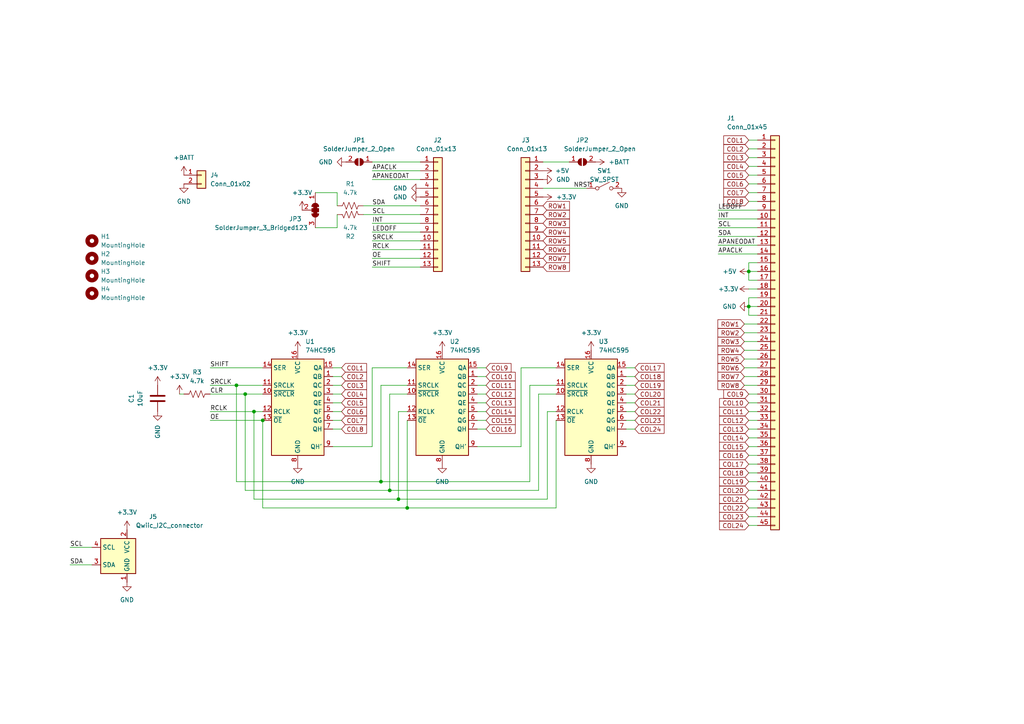
<source format=kicad_sch>
(kicad_sch (version 20231120) (generator "eeschema") (generator_version "8.0")
  (paper "A4")
  (lib_symbols
    (symbol "74xx:74HC595"
      (property "Reference" "U" (at -7.62 13.97 0))
      (property "Value" "74HC595" (at -7.62 -16.51 0))
      (symbol "74HC595_1_0"
        (pin tri_state line (at 10.16 7.62 180) (length 2.54) (name "QB") (number "1"))
        (pin input line (at -10.16 2.54 0) (length 2.54) (name "~{SRCLR}") (number "10"))
        (pin input line (at -10.16 5.08 0) (length 2.54) (name "SRCLK") (number "11"))
        (pin input line (at -10.16 -2.54 0) (length 2.54) (name "RCLK") (number "12"))
        (pin input line (at -10.16 -5.08 0) (length 2.54) (name "~{OE}") (number "13"))
        (pin input line (at -10.16 10.16 0) (length 2.54) (name "SER") (number "14"))
        (pin tri_state line (at 10.16 10.16 180) (length 2.54) (name "QA") (number "15"))
        (pin power_in line (at 0 15.24 270) (length 2.54) (name "VCC") (number "16"))
        (pin tri_state line (at 10.16 5.08 180) (length 2.54) (name "QC") (number "2"))
        (pin tri_state line (at 10.16 2.54 180) (length 2.54) (name "QD") (number "3"))
        (pin tri_state line (at 10.16 0 180) (length 2.54) (name "QE") (number "4"))
        (pin tri_state line (at 10.16 -2.54 180) (length 2.54) (name "QF") (number "5"))
        (pin tri_state line (at 10.16 -5.08 180) (length 2.54) (name "QG") (number "6"))
        (pin tri_state line (at 10.16 -7.62 180) (length 2.54) (name "QH") (number "7"))
        (pin power_in line (at 0 -17.78 90) (length 2.54) (name "GND") (number "8"))
        (pin output line (at 10.16 -12.7 180) (length 2.54) (name "QH'") (number "9"))
      )
      (symbol "74HC595_1_1"
        (rectangle (start -7.62 12.7) (end 7.62 -15.24) (stroke (width 0.254)) (fill (type background)))
      )
    )
    (symbol "Connector_Generic:Conn_01x02" (pin_names (offset 1.016) hide)
      (property "Reference" "J" (at 0 2.54 0))
      (property "Value" "Conn_01x02" (at 0 -5.08 0))
      (symbol "Conn_01x02_1_1"
        (rectangle (start -1.27 -2.413) (end 0 -2.667) (stroke (width 0.1524)))
        (rectangle (start -1.27 0.127) (end 0 -0.127) (stroke (width 0.1524)))
        (rectangle (start -1.27 1.27) (end 1.27 -3.81) (stroke (width 0.254)) (fill (type background)))
        (pin passive line (at -5.08 0 0) (length 3.81) (name "Pin_1") (number "1"))
        (pin passive line (at -5.08 -2.54 0) (length 3.81) (name "Pin_2") (number "2"))
      )
    )
    (symbol "Connector_Generic:Conn_01x13" (pin_names (offset 1.016) hide)
      (property "Reference" "J" (at 0 17.78 0))
      (property "Value" "Conn_01x13" (at 0 -17.78 0))
      (symbol "Conn_01x13_1_1"
        (rectangle (start -1.27 -15.113) (end 0 -15.367) (stroke (width 0.1524)))
        (rectangle (start -1.27 -12.573) (end 0 -12.827) (stroke (width 0.1524)))
        (rectangle (start -1.27 -10.033) (end 0 -10.287) (stroke (width 0.1524)))
        (rectangle (start -1.27 -7.493) (end 0 -7.747) (stroke (width 0.1524)))
        (rectangle (start -1.27 -4.953) (end 0 -5.207) (stroke (width 0.1524)))
        (rectangle (start -1.27 -2.413) (end 0 -2.667) (stroke (width 0.1524)))
        (rectangle (start -1.27 0.127) (end 0 -0.127) (stroke (width 0.1524)))
        (rectangle (start -1.27 2.667) (end 0 2.413) (stroke (width 0.1524)))
        (rectangle (start -1.27 5.207) (end 0 4.953) (stroke (width 0.1524)))
        (rectangle (start -1.27 7.747) (end 0 7.493) (stroke (width 0.1524)))
        (rectangle (start -1.27 10.287) (end 0 10.033) (stroke (width 0.1524)))
        (rectangle (start -1.27 12.827) (end 0 12.573) (stroke (width 0.1524)))
        (rectangle (start -1.27 15.367) (end 0 15.113) (stroke (width 0.1524)))
        (rectangle (start -1.27 16.51) (end 1.27 -16.51) (stroke (width 0.254)) (fill (type background)))
        (pin passive line (at -5.08 15.24 0) (length 3.81) (name "Pin_1") (number "1"))
        (pin passive line (at -5.08 -7.62 0) (length 3.81) (name "Pin_10") (number "10"))
        (pin passive line (at -5.08 -10.16 0) (length 3.81) (name "Pin_11") (number "11"))
        (pin passive line (at -5.08 -12.7 0) (length 3.81) (name "Pin_12") (number "12"))
        (pin passive line (at -5.08 -15.24 0) (length 3.81) (name "Pin_13") (number "13"))
        (pin passive line (at -5.08 12.7 0) (length 3.81) (name "Pin_2") (number "2"))
        (pin passive line (at -5.08 10.16 0) (length 3.81) (name "Pin_3") (number "3"))
        (pin passive line (at -5.08 7.62 0) (length 3.81) (name "Pin_4") (number "4"))
        (pin passive line (at -5.08 5.08 0) (length 3.81) (name "Pin_5") (number "5"))
        (pin passive line (at -5.08 2.54 0) (length 3.81) (name "Pin_6") (number "6"))
        (pin passive line (at -5.08 0 0) (length 3.81) (name "Pin_7") (number "7"))
        (pin passive line (at -5.08 -2.54 0) (length 3.81) (name "Pin_8") (number "8"))
        (pin passive line (at -5.08 -5.08 0) (length 3.81) (name "Pin_9") (number "9"))
      )
    )
    (symbol "Connector_Generic:Conn_01x45" (pin_names (offset 1.016) hide)
      (property "Reference" "J" (at 0 58.42 0))
      (property "Value" "Conn_01x45" (at 0 -58.42 0))
      (symbol "Conn_01x45_1_1"
        (rectangle (start -1.27 -55.753) (end 0 -56.007) (stroke (width 0.1524)))
        (rectangle (start -1.27 -53.213) (end 0 -53.467) (stroke (width 0.1524)))
        (rectangle (start -1.27 -50.673) (end 0 -50.927) (stroke (width 0.1524)))
        (rectangle (start -1.27 -48.133) (end 0 -48.387) (stroke (width 0.1524)))
        (rectangle (start -1.27 -45.593) (end 0 -45.847) (stroke (width 0.1524)))
        (rectangle (start -1.27 -43.053) (end 0 -43.307) (stroke (width 0.1524)))
        (rectangle (start -1.27 -40.513) (end 0 -40.767) (stroke (width 0.1524)))
        (rectangle (start -1.27 -37.973) (end 0 -38.227) (stroke (width 0.1524)))
        (rectangle (start -1.27 -35.433) (end 0 -35.687) (stroke (width 0.1524)))
        (rectangle (start -1.27 -32.893) (end 0 -33.147) (stroke (width 0.1524)))
        (rectangle (start -1.27 -30.353) (end 0 -30.607) (stroke (width 0.1524)))
        (rectangle (start -1.27 -27.813) (end 0 -28.067) (stroke (width 0.1524)))
        (rectangle (start -1.27 -25.273) (end 0 -25.527) (stroke (width 0.1524)))
        (rectangle (start -1.27 -22.733) (end 0 -22.987) (stroke (width 0.1524)))
        (rectangle (start -1.27 -20.193) (end 0 -20.447) (stroke (width 0.1524)))
        (rectangle (start -1.27 -17.653) (end 0 -17.907) (stroke (width 0.1524)))
        (rectangle (start -1.27 -15.113) (end 0 -15.367) (stroke (width 0.1524)))
        (rectangle (start -1.27 -12.573) (end 0 -12.827) (stroke (width 0.1524)))
        (rectangle (start -1.27 -10.033) (end 0 -10.287) (stroke (width 0.1524)))
        (rectangle (start -1.27 -7.493) (end 0 -7.747) (stroke (width 0.1524)))
        (rectangle (start -1.27 -4.953) (end 0 -5.207) (stroke (width 0.1524)))
        (rectangle (start -1.27 -2.413) (end 0 -2.667) (stroke (width 0.1524)))
        (rectangle (start -1.27 0.127) (end 0 -0.127) (stroke (width 0.1524)))
        (rectangle (start -1.27 2.667) (end 0 2.413) (stroke (width 0.1524)))
        (rectangle (start -1.27 5.207) (end 0 4.953) (stroke (width 0.1524)))
        (rectangle (start -1.27 7.747) (end 0 7.493) (stroke (width 0.1524)))
        (rectangle (start -1.27 10.287) (end 0 10.033) (stroke (width 0.1524)))
        (rectangle (start -1.27 12.827) (end 0 12.573) (stroke (width 0.1524)))
        (rectangle (start -1.27 15.367) (end 0 15.113) (stroke (width 0.1524)))
        (rectangle (start -1.27 17.907) (end 0 17.653) (stroke (width 0.1524)))
        (rectangle (start -1.27 20.447) (end 0 20.193) (stroke (width 0.1524)))
        (rectangle (start -1.27 22.987) (end 0 22.733) (stroke (width 0.1524)))
        (rectangle (start -1.27 25.527) (end 0 25.273) (stroke (width 0.1524)))
        (rectangle (start -1.27 28.067) (end 0 27.813) (stroke (width 0.1524)))
        (rectangle (start -1.27 30.607) (end 0 30.353) (stroke (width 0.1524)))
        (rectangle (start -1.27 33.147) (end 0 32.893) (stroke (width 0.1524)))
        (rectangle (start -1.27 35.687) (end 0 35.433) (stroke (width 0.1524)))
        (rectangle (start -1.27 38.227) (end 0 37.973) (stroke (width 0.1524)))
        (rectangle (start -1.27 40.767) (end 0 40.513) (stroke (width 0.1524)))
        (rectangle (start -1.27 43.307) (end 0 43.053) (stroke (width 0.1524)))
        (rectangle (start -1.27 45.847) (end 0 45.593) (stroke (width 0.1524)))
        (rectangle (start -1.27 48.387) (end 0 48.133) (stroke (width 0.1524)))
        (rectangle (start -1.27 50.927) (end 0 50.673) (stroke (width 0.1524)))
        (rectangle (start -1.27 53.467) (end 0 53.213) (stroke (width 0.1524)))
        (rectangle (start -1.27 56.007) (end 0 55.753) (stroke (width 0.1524)))
        (rectangle (start -1.27 57.15) (end 1.27 -57.15) (stroke (width 0.254)) (fill (type background)))
        (pin passive line (at -5.08 55.88 0) (length 3.81) (name "Pin_1") (number "1"))
        (pin passive line (at -5.08 33.02 0) (length 3.81) (name "Pin_10") (number "10"))
        (pin passive line (at -5.08 30.48 0) (length 3.81) (name "Pin_11") (number "11"))
        (pin passive line (at -5.08 27.94 0) (length 3.81) (name "Pin_12") (number "12"))
        (pin passive line (at -5.08 25.4 0) (length 3.81) (name "Pin_13") (number "13"))
        (pin passive line (at -5.08 22.86 0) (length 3.81) (name "Pin_14") (number "14"))
        (pin passive line (at -5.08 20.32 0) (length 3.81) (name "Pin_15") (number "15"))
        (pin passive line (at -5.08 17.78 0) (length 3.81) (name "Pin_16") (number "16"))
        (pin passive line (at -5.08 15.24 0) (length 3.81) (name "Pin_17") (number "17"))
        (pin passive line (at -5.08 12.7 0) (length 3.81) (name "Pin_18") (number "18"))
        (pin passive line (at -5.08 10.16 0) (length 3.81) (name "Pin_19") (number "19"))
        (pin passive line (at -5.08 53.34 0) (length 3.81) (name "Pin_2") (number "2"))
        (pin passive line (at -5.08 7.62 0) (length 3.81) (name "Pin_20") (number "20"))
        (pin passive line (at -5.08 5.08 0) (length 3.81) (name "Pin_21") (number "21"))
        (pin passive line (at -5.08 2.54 0) (length 3.81) (name "Pin_22") (number "22"))
        (pin passive line (at -5.08 0 0) (length 3.81) (name "Pin_23") (number "23"))
        (pin passive line (at -5.08 -2.54 0) (length 3.81) (name "Pin_24") (number "24"))
        (pin passive line (at -5.08 -5.08 0) (length 3.81) (name "Pin_25") (number "25"))
        (pin passive line (at -5.08 -7.62 0) (length 3.81) (name "Pin_26") (number "26"))
        (pin passive line (at -5.08 -10.16 0) (length 3.81) (name "Pin_27") (number "27"))
        (pin passive line (at -5.08 -12.7 0) (length 3.81) (name "Pin_28") (number "28"))
        (pin passive line (at -5.08 -15.24 0) (length 3.81) (name "Pin_29") (number "29"))
        (pin passive line (at -5.08 50.8 0) (length 3.81) (name "Pin_3") (number "3"))
        (pin passive line (at -5.08 -17.78 0) (length 3.81) (name "Pin_30") (number "30"))
        (pin passive line (at -5.08 -20.32 0) (length 3.81) (name "Pin_31") (number "31"))
        (pin passive line (at -5.08 -22.86 0) (length 3.81) (name "Pin_32") (number "32"))
        (pin passive line (at -5.08 -25.4 0) (length 3.81) (name "Pin_33") (number "33"))
        (pin passive line (at -5.08 -27.94 0) (length 3.81) (name "Pin_34") (number "34"))
        (pin passive line (at -5.08 -30.48 0) (length 3.81) (name "Pin_35") (number "35"))
        (pin passive line (at -5.08 -33.02 0) (length 3.81) (name "Pin_36") (number "36"))
        (pin passive line (at -5.08 -35.56 0) (length 3.81) (name "Pin_37") (number "37"))
        (pin passive line (at -5.08 -38.1 0) (length 3.81) (name "Pin_38") (number "38"))
        (pin passive line (at -5.08 -40.64 0) (length 3.81) (name "Pin_39") (number "39"))
        (pin passive line (at -5.08 48.26 0) (length 3.81) (name "Pin_4") (number "4"))
        (pin passive line (at -5.08 -43.18 0) (length 3.81) (name "Pin_40") (number "40"))
        (pin passive line (at -5.08 -45.72 0) (length 3.81) (name "Pin_41") (number "41"))
        (pin passive line (at -5.08 -48.26 0) (length 3.81) (name "Pin_42") (number "42"))
        (pin passive line (at -5.08 -50.8 0) (length 3.81) (name "Pin_43") (number "43"))
        (pin passive line (at -5.08 -53.34 0) (length 3.81) (name "Pin_44") (number "44"))
        (pin passive line (at -5.08 -55.88 0) (length 3.81) (name "Pin_45") (number "45"))
        (pin passive line (at -5.08 45.72 0) (length 3.81) (name "Pin_5") (number "5"))
        (pin passive line (at -5.08 43.18 0) (length 3.81) (name "Pin_6") (number "6"))
        (pin passive line (at -5.08 40.64 0) (length 3.81) (name "Pin_7") (number "7"))
        (pin passive line (at -5.08 38.1 0) (length 3.81) (name "Pin_8") (number "8"))
        (pin passive line (at -5.08 35.56 0) (length 3.81) (name "Pin_9") (number "9"))
      )
    )
    (symbol "Device:C" (pin_numbers hide) (pin_names (offset 0.254))
      (property "Reference" "C" (at 0.635 2.54 0))
      (property "Value" "C" (at 0.635 -2.54 0))
      (symbol "C_0_1"
        (polyline (pts (xy -2.032 -0.762) (xy 2.032 -0.762)) (stroke (width 0.508)))
        (polyline (pts (xy -2.032 0.762) (xy 2.032 0.762)) (stroke (width 0.508)))
      )
      (symbol "C_1_1"
        (pin passive line (at 0 3.81 270) (length 2.794) (name "~") (number "1"))
        (pin passive line (at 0 -3.81 90) (length 2.794) (name "~") (number "2"))
      )
    )
    (symbol "Device:R_US" (pin_numbers hide) (pin_names (offset 0))
      (property "Reference" "R" (at 2.54 0 90))
      (property "Value" "R_US" (at -2.54 0 90))
      (symbol "R_US_0_1"
        (polyline (pts (xy 0 -2.286) (xy 0 -2.54)))
        (polyline (pts (xy 0 2.286) (xy 0 2.54)))
        (polyline (pts (xy 0 -0.762) (xy 1.016 -1.143) (xy 0 -1.524) (xy -1.016 -1.905) (xy 0 -2.286)))
        (polyline (pts (xy 0 0.762) (xy 1.016 0.381) (xy 0 0) (xy -1.016 -0.381) (xy 0 -0.762)))
        (polyline (pts (xy 0 2.286) (xy 1.016 1.905) (xy 0 1.524) (xy -1.016 1.143) (xy 0 0.762)))
      )
      (symbol "R_US_1_1"
        (pin passive line (at 0 3.81 270) (length 1.27) (name "~") (number "1"))
        (pin passive line (at 0 -3.81 90) (length 1.27) (name "~") (number "2"))
      )
    )
    (symbol "Jumper:SolderJumper_2_Open" (pin_names (offset 0) hide)
      (property "Reference" "JP" (at 0 2.032 0))
      (property "Value" "SolderJumper_2_Open" (at 0 -2.54 0))
      (symbol "SolderJumper_2_Open_0_1"
        (arc (start -0.254 1.016) (mid -1.2656 0) (end -0.254 -1.016))
        (arc (start -0.254 1.016) (mid -1.2656 0) (end -0.254 -1.016) (fill (type outline)))
        (polyline (pts (xy -0.254 1.016) (xy -0.254 -1.016)))
        (polyline (pts (xy 0.254 1.016) (xy 0.254 -1.016)))
        (arc (start 0.254 -1.016) (mid 1.2656 0) (end 0.254 1.016))
        (arc (start 0.254 -1.016) (mid 1.2656 0) (end 0.254 1.016) (fill (type outline)))
      )
      (symbol "SolderJumper_2_Open_1_1"
        (pin passive line (at -3.81 0 0) (length 2.54) (name "A") (number "1"))
        (pin passive line (at 3.81 0 180) (length 2.54) (name "B") (number "2"))
      )
    )
    (symbol "Jumper:SolderJumper_3_Bridged123" (pin_names (offset 0) hide)
      (property "Reference" "JP" (at -2.54 -2.54 0))
      (property "Value" "SolderJumper_3_Bridged123" (at 0 2.794 0))
      (symbol "SolderJumper_3_Bridged123_0_1"
        (rectangle (start -1.016 0.508) (end -0.508 -0.508) (fill (type outline)))
        (arc (start -1.016 1.016) (mid -2.0276 0) (end -1.016 -1.016))
        (arc (start -1.016 1.016) (mid -2.0276 0) (end -1.016 -1.016) (fill (type outline)))
        (rectangle (start -0.508 1.016) (end 0.508 -1.016) (fill (type outline)))
        (polyline (pts (xy -2.54 0) (xy -2.032 0)))
        (polyline (pts (xy -1.016 1.016) (xy -1.016 -1.016)))
        (polyline (pts (xy 0 -1.27) (xy 0 -1.016)))
        (polyline (pts (xy 1.016 1.016) (xy 1.016 -1.016)))
        (polyline (pts (xy 2.54 0) (xy 2.032 0)))
        (rectangle (start 0.508 0.508) (end 1.016 -0.508) (fill (type outline)))
        (arc (start 1.016 -1.016) (mid 2.0276 0) (end 1.016 1.016))
        (arc (start 1.016 -1.016) (mid 2.0276 0) (end 1.016 1.016) (fill (type outline)))
      )
      (symbol "SolderJumper_3_Bridged123_1_1"
        (pin passive line (at -5.08 0 0) (length 2.54) (name "A") (number "1"))
        (pin passive line (at 0 -3.81 90) (length 2.54) (name "C") (number "2"))
        (pin passive line (at 5.08 0 180) (length 2.54) (name "B") (number "3"))
      )
    )
    (symbol "Mechanical:MountingHole" (pin_names (offset 1.016))
      (property "Reference" "H" (at 0 5.08 0))
      (property "Value" "MountingHole" (at 0 3.175 0))
      (symbol "MountingHole_0_1"
        (circle (center 0 0) (radius 1.27) (stroke (width 1.27)))
      )
    )
    (symbol "Switch:SW_SPST" (pin_names (offset 0) hide)
      (property "Reference" "SW" (at 0 3.175 0))
      (property "Value" "SW_SPST" (at 0 -2.54 0))
      (symbol "SW_SPST_0_0"
        (circle (center -2.032 0) (radius 0.508))
        (polyline (pts (xy -1.524 0.254) (xy 1.524 1.778)))
        (circle (center 2.032 0) (radius 0.508))
      )
      (symbol "SW_SPST_1_1"
        (pin passive line (at -5.08 0 0) (length 2.54) (name "A") (number "1"))
        (pin passive line (at 5.08 0 180) (length 2.54) (name "B") (number "2"))
      )
    )
    (symbol "maxkicad:Qwiic_I2C"
      (property "Reference" "J" (at 0 8.89 0))
      (property "Value" "Qwiic_I2C_connector" (at 0 6.35 0))
      (symbol "Qwiic_I2C_1_1"
        (rectangle (start -5.08 5.08) (end 5.08 -5.08) (stroke (width 0.254)) (fill (type background)))
        (pin power_in line (at 2.54 -7.62 90) (length 2.54) (name "GND") (number "1"))
        (pin power_in line (at 2.54 7.62 270) (length 2.54) (name "VCC") (number "2"))
        (pin bidirectional line (at -7.62 -2.54 0) (length 2.54) (name "SDA") (number "3"))
        (pin input line (at -7.62 2.54 0) (length 2.54) (name "SCL") (number "4"))
        (pin power_in line (at 2.54 -7.62 90) (length 2.54) hide (name "VSS") (number "MP"))
      )
    )
    (symbol "power:+3.3V" (power) (pin_names (offset 0))
      (property "Value" "+3.3V" (at 0 3.556 0))
      (symbol "+3.3V_0_1"
        (polyline (pts (xy -0.762 1.27) (xy 0 2.54)))
        (polyline (pts (xy 0 0) (xy 0 2.54)))
        (polyline (pts (xy 0 2.54) (xy 0.762 1.27)))
      )
      (symbol "+3.3V_1_1"
        (pin power_in line (at 0 0 90) (length 0) hide (name "+3.3V") (number "1"))
      )
    )
    (symbol "power:+5V" (power) (pin_names (offset 0))
      (property "Value" "+5V" (at 0 3.556 0))
      (symbol "+5V_0_1"
        (polyline (pts (xy -0.762 1.27) (xy 0 2.54)))
        (polyline (pts (xy 0 0) (xy 0 2.54)))
        (polyline (pts (xy 0 2.54) (xy 0.762 1.27)))
      )
      (symbol "+5V_1_1"
        (pin power_in line (at 0 0 90) (length 0) hide (name "+5V") (number "1"))
      )
    )
    (symbol "power:+BATT" (power) (pin_names (offset 0))
      (property "Value" "+BATT" (at 0 3.556 0))
      (symbol "+BATT_0_1"
        (polyline (pts (xy -0.762 1.27) (xy 0 2.54)))
        (polyline (pts (xy 0 0) (xy 0 2.54)))
        (polyline (pts (xy 0 2.54) (xy 0.762 1.27)))
      )
      (symbol "+BATT_1_1"
        (pin power_in line (at 0 0 90) (length 0) hide (name "+BATT") (number "1"))
      )
    )
    (symbol "power:GND" (power) (pin_names (offset 0))
      (property "Value" "GND" (at 0 -3.81 0))
      (symbol "GND_0_1"
        (polyline (pts (xy 0 0) (xy 0 -1.27) (xy 1.27 -1.27) (xy 0 -2.54) (xy -1.27 -1.27) (xy 0 -1.27)))
      )
      (symbol "GND_1_1"
        (pin power_in line (at 0 0 270) (length 0) hide (name "GND") (number "1"))
      )
    )
  )
  (junction (at 113.03 142.24))
  (junction (at 73.66 119.38))
  (junction (at 217.17 88.9))
  (junction (at 71.12 114.3))
  (junction (at 118.11 147.32))
  (junction (at 115.57 144.78))
  (junction (at 76.2 121.92))
  (junction (at 217.17 78.74))
  (junction (at 110.49 139.7))
  (junction (at 68.58 111.76))
  (wire (pts (xy 73.66 144.78) (xy 73.66 119.38)))
  (wire (pts (xy 113.03 142.24) (xy 71.12 142.24)))
  (wire (pts (xy 140.97 119.38) (xy 138.43 119.38)))
  (wire (pts (xy 71.12 142.24) (xy 71.12 114.3)))
  (wire (pts (xy 157.48 46.99) (xy 165.1 46.99)))
  (wire (pts (xy 20.32 163.83) (xy 26.67 163.83)))
  (wire (pts (xy 140.97 121.92) (xy 138.43 121.92)))
  (wire (pts (xy 68.58 111.76) (xy 76.2 111.76)))
  (wire (pts (xy 217.17 147.32) (xy 219.71 147.32)))
  (wire (pts (xy 156.21 142.24) (xy 113.03 142.24)))
  (wire (pts (xy 217.17 88.9) (xy 219.71 88.9)))
  (wire (pts (xy 99.06 114.3) (xy 96.52 114.3)))
  (wire (pts (xy 110.49 139.7) (xy 68.58 139.7)))
  (wire (pts (xy 217.17 40.64) (xy 219.71 40.64)))
  (wire (pts (xy 140.97 106.68) (xy 138.43 106.68)))
  (wire (pts (xy 107.95 52.07) (xy 121.92 52.07)))
  (wire (pts (xy 99.06 111.76) (xy 96.52 111.76)))
  (wire (pts (xy 184.15 119.38) (xy 181.61 119.38)))
  (wire (pts (xy 217.17 78.74) (xy 217.17 76.2)))
  (wire (pts (xy 76.2 147.32) (xy 76.2 121.92)))
  (wire (pts (xy 184.15 114.3) (xy 181.61 114.3)))
  (wire (pts (xy 217.17 81.28) (xy 219.71 81.28)))
  (wire (pts (xy 217.17 58.42) (xy 219.71 58.42)))
  (wire (pts (xy 208.28 71.12) (xy 219.71 71.12)))
  (wire (pts (xy 217.17 152.4) (xy 219.71 152.4)))
  (wire (pts (xy 217.17 91.44) (xy 217.17 88.9)))
  (wire (pts (xy 215.9 96.52) (xy 219.71 96.52)))
  (wire (pts (xy 161.29 121.92) (xy 161.29 147.32)))
  (wire (pts (xy 118.11 111.76) (xy 110.49 111.76)))
  (wire (pts (xy 99.06 116.84) (xy 96.52 116.84)))
  (wire (pts (xy 158.75 144.78) (xy 115.57 144.78)))
  (wire (pts (xy 138.43 129.54) (xy 151.13 129.54)))
  (wire (pts (xy 217.17 55.88) (xy 219.71 55.88)))
  (wire (pts (xy 60.96 106.68) (xy 76.2 106.68)))
  (wire (pts (xy 217.17 76.2) (xy 219.71 76.2)))
  (wire (pts (xy 107.95 106.68) (xy 118.11 106.68)))
  (wire (pts (xy 217.17 124.46) (xy 219.71 124.46)))
  (wire (pts (xy 161.29 147.32) (xy 118.11 147.32)))
  (wire (pts (xy 184.15 111.76) (xy 181.61 111.76)))
  (wire (pts (xy 97.79 62.23) (xy 97.79 66.04)))
  (wire (pts (xy 208.28 66.04) (xy 219.71 66.04)))
  (wire (pts (xy 60.96 121.92) (xy 76.2 121.92)))
  (wire (pts (xy 153.67 111.76) (xy 153.67 139.7)))
  (wire (pts (xy 97.79 59.69) (xy 97.79 55.88)))
  (wire (pts (xy 217.17 86.36) (xy 219.71 86.36)))
  (wire (pts (xy 217.17 144.78) (xy 219.71 144.78)))
  (wire (pts (xy 97.79 66.04) (xy 91.44 66.04)))
  (wire (pts (xy 217.17 83.82) (xy 219.71 83.82)))
  (wire (pts (xy 110.49 111.76) (xy 110.49 139.7)))
  (wire (pts (xy 215.9 109.22) (xy 219.71 109.22)))
  (wire (pts (xy 140.97 114.3) (xy 138.43 114.3)))
  (wire (pts (xy 60.96 114.3) (xy 71.12 114.3)))
  (wire (pts (xy 107.95 74.93) (xy 121.92 74.93)))
  (wire (pts (xy 217.17 81.28) (xy 217.17 78.74)))
  (wire (pts (xy 215.9 93.98) (xy 219.71 93.98)))
  (wire (pts (xy 52.07 114.3) (xy 53.34 114.3)))
  (wire (pts (xy 215.9 99.06) (xy 219.71 99.06)))
  (wire (pts (xy 217.17 134.62) (xy 219.71 134.62)))
  (wire (pts (xy 20.32 158.75) (xy 26.67 158.75)))
  (wire (pts (xy 107.95 46.99) (xy 121.92 46.99)))
  (wire (pts (xy 140.97 109.22) (xy 138.43 109.22)))
  (wire (pts (xy 184.15 106.68) (xy 181.61 106.68)))
  (wire (pts (xy 208.28 73.66) (xy 219.71 73.66)))
  (wire (pts (xy 215.9 104.14) (xy 219.71 104.14)))
  (wire (pts (xy 217.17 139.7) (xy 219.71 139.7)))
  (wire (pts (xy 107.95 49.53) (xy 121.92 49.53)))
  (wire (pts (xy 151.13 106.68) (xy 161.29 106.68)))
  (wire (pts (xy 107.95 129.54) (xy 107.95 106.68)))
  (wire (pts (xy 215.9 101.6) (xy 219.71 101.6)))
  (wire (pts (xy 105.41 62.23) (xy 121.92 62.23)))
  (wire (pts (xy 68.58 139.7) (xy 68.58 111.76)))
  (wire (pts (xy 105.41 59.69) (xy 121.92 59.69)))
  (wire (pts (xy 113.03 114.3) (xy 113.03 142.24)))
  (wire (pts (xy 217.17 137.16) (xy 219.71 137.16)))
  (wire (pts (xy 99.06 121.92) (xy 96.52 121.92)))
  (wire (pts (xy 107.95 77.47) (xy 121.92 77.47)))
  (wire (pts (xy 184.15 109.22) (xy 181.61 109.22)))
  (wire (pts (xy 217.17 114.3) (xy 219.71 114.3)))
  (wire (pts (xy 217.17 121.92) (xy 219.71 121.92)))
  (wire (pts (xy 208.28 63.5) (xy 219.71 63.5)))
  (wire (pts (xy 217.17 142.24) (xy 219.71 142.24)))
  (wire (pts (xy 118.11 147.32) (xy 76.2 147.32)))
  (wire (pts (xy 140.97 111.76) (xy 138.43 111.76)))
  (wire (pts (xy 161.29 114.3) (xy 156.21 114.3)))
  (wire (pts (xy 107.95 69.85) (xy 121.92 69.85)))
  (wire (pts (xy 217.17 129.54) (xy 219.71 129.54)))
  (wire (pts (xy 217.17 127) (xy 219.71 127)))
  (wire (pts (xy 99.06 124.46) (xy 96.52 124.46)))
  (wire (pts (xy 96.52 129.54) (xy 107.95 129.54)))
  (wire (pts (xy 217.17 45.72) (xy 219.71 45.72)))
  (wire (pts (xy 208.28 68.58) (xy 219.71 68.58)))
  (wire (pts (xy 217.17 43.18) (xy 219.71 43.18)))
  (wire (pts (xy 115.57 144.78) (xy 73.66 144.78)))
  (wire (pts (xy 107.95 72.39) (xy 121.92 72.39)))
  (wire (pts (xy 97.79 55.88) (xy 91.44 55.88)))
  (wire (pts (xy 161.29 111.76) (xy 153.67 111.76)))
  (wire (pts (xy 217.17 50.8) (xy 219.71 50.8)))
  (wire (pts (xy 151.13 129.54) (xy 151.13 106.68)))
  (wire (pts (xy 217.17 88.9) (xy 217.17 86.36)))
  (wire (pts (xy 217.17 149.86) (xy 219.71 149.86)))
  (wire (pts (xy 99.06 119.38) (xy 96.52 119.38)))
  (wire (pts (xy 140.97 124.46) (xy 138.43 124.46)))
  (wire (pts (xy 153.67 139.7) (xy 110.49 139.7)))
  (wire (pts (xy 60.96 119.38) (xy 73.66 119.38)))
  (wire (pts (xy 215.9 111.76) (xy 219.71 111.76)))
  (wire (pts (xy 156.21 114.3) (xy 156.21 142.24)))
  (wire (pts (xy 217.17 132.08) (xy 219.71 132.08)))
  (wire (pts (xy 73.66 119.38) (xy 76.2 119.38)))
  (wire (pts (xy 71.12 114.3) (xy 76.2 114.3)))
  (wire (pts (xy 99.06 109.22) (xy 96.52 109.22)))
  (wire (pts (xy 118.11 114.3) (xy 113.03 114.3)))
  (wire (pts (xy 217.17 53.34) (xy 219.71 53.34)))
  (wire (pts (xy 184.15 124.46) (xy 181.61 124.46)))
  (wire (pts (xy 107.95 67.31) (xy 121.92 67.31)))
  (wire (pts (xy 217.17 78.74) (xy 219.71 78.74)))
  (wire (pts (xy 99.06 106.68) (xy 96.52 106.68)))
  (wire (pts (xy 60.96 111.76) (xy 68.58 111.76)))
  (wire (pts (xy 157.48 54.61) (xy 170.18 54.61)))
  (wire (pts (xy 217.17 116.84) (xy 219.71 116.84)))
  (wire (pts (xy 161.29 119.38) (xy 158.75 119.38)))
  (wire (pts (xy 217.17 48.26) (xy 219.71 48.26)))
  (wire (pts (xy 184.15 121.92) (xy 181.61 121.92)))
  (wire (pts (xy 208.28 60.96) (xy 219.71 60.96)))
  (wire (pts (xy 158.75 119.38) (xy 158.75 144.78)))
  (wire (pts (xy 118.11 121.92) (xy 118.11 147.32)))
  (wire (pts (xy 217.17 91.44) (xy 219.71 91.44)))
  (wire (pts (xy 184.15 116.84) (xy 181.61 116.84)))
  (wire (pts (xy 217.17 119.38) (xy 219.71 119.38)))
  (wire (pts (xy 115.57 119.38) (xy 115.57 144.78)))
  (wire (pts (xy 118.11 119.38) (xy 115.57 119.38)))
  (wire (pts (xy 215.9 106.68) (xy 219.71 106.68)))
  (wire (pts (xy 107.95 64.77) (xy 121.92 64.77)))
  (wire (pts (xy 140.97 116.84) (xy 138.43 116.84)))
  (label "SHIFT" (at 60.96 106.68 0))
  (label "RCLK" (at 60.96 119.38 0))
  (label "RCLK" (at 107.95 72.39 0))
  (label "SRCLK" (at 107.95 69.85 0))
  (label "SDA" (at 20.32 163.83 0))
  (label "APACLK" (at 107.95 49.53 0))
  (label "APACLK" (at 208.28 73.66 0))
  (label "INT" (at 107.95 64.77 0))
  (label "SDA" (at 107.95 59.69 0))
  (label "APANEODAT" (at 208.28 71.12 0))
  (label "LEDOFF" (at 208.28 60.96 0))
  (label "SDA" (at 208.28 68.58 0))
  (label "SCL" (at 20.32 158.75 0))
  (label "NRST" (at 166.37 54.61 0))
  (label "LEDOFF" (at 107.95 67.31 0))
  (label "OE" (at 107.95 74.93 0))
  (label "SCL" (at 107.95 62.23 0))
  (label "CLR" (at 60.96 114.3 0))
  (label "OE" (at 60.96 121.92 0))
  (label "INT" (at 208.28 63.5 0))
  (label "SRCLK" (at 60.96 111.76 0))
  (label "APANEODAT" (at 107.95 52.07 0))
  (label "SHIFT" (at 107.95 77.47 0))
  (label "SCL" (at 208.28 66.04 0))
  (global_label "COL15" (shape input) (at 140.97 121.92 0) (property "Intersheetrefs" "${INTERSHEET_REFS}" (effects (hide yes))))
  (global_label "COL3" (shape input) (at 99.06 111.76 0) (property "Intersheetrefs" "${INTERSHEET_REFS}" (effects (hide yes))))
  (global_label "COL13" (shape input) (at 217.17 124.46 180) (property "Intersheetrefs" "${INTERSHEET_REFS}" (effects (hide yes))))
  (global_label "ROW3" (shape input) (at 215.9 99.06 180) (property "Intersheetrefs" "${INTERSHEET_REFS}" (effects (hide yes))))
  (global_label "ROW4" (shape input) (at 157.48 67.31 0) (property "Intersheetrefs" "${INTERSHEET_REFS}" (effects (hide yes))))
  (global_label "COL17" (shape input) (at 217.17 134.62 180) (property "Intersheetrefs" "${INTERSHEET_REFS}" (effects (hide yes))))
  (global_label "COL16" (shape input) (at 140.97 124.46 0) (property "Intersheetrefs" "${INTERSHEET_REFS}" (effects (hide yes))))
  (global_label "COL5" (shape input) (at 99.06 116.84 0) (property "Intersheetrefs" "${INTERSHEET_REFS}" (effects (hide yes))))
  (global_label "COL4" (shape input) (at 99.06 114.3 0) (property "Intersheetrefs" "${INTERSHEET_REFS}" (effects (hide yes))))
  (global_label "COL14" (shape input) (at 217.17 127 180) (property "Intersheetrefs" "${INTERSHEET_REFS}" (effects (hide yes))))
  (global_label "COL16" (shape input) (at 217.17 132.08 180) (property "Intersheetrefs" "${INTERSHEET_REFS}" (effects (hide yes))))
  (global_label "COL10" (shape input) (at 217.17 116.84 180) (property "Intersheetrefs" "${INTERSHEET_REFS}" (effects (hide yes))))
  (global_label "COL20" (shape input) (at 217.17 142.24 180) (property "Intersheetrefs" "${INTERSHEET_REFS}" (effects (hide yes))))
  (global_label "COL23" (shape input) (at 184.15 121.92 0) (property "Intersheetrefs" "${INTERSHEET_REFS}" (effects (hide yes))))
  (global_label "COL22" (shape input) (at 217.17 147.32 180) (property "Intersheetrefs" "${INTERSHEET_REFS}" (effects (hide yes))))
  (global_label "ROW7" (shape input) (at 215.9 109.22 180) (property "Intersheetrefs" "${INTERSHEET_REFS}" (effects (hide yes))))
  (global_label "COL4" (shape input) (at 217.17 48.26 180) (property "Intersheetrefs" "${INTERSHEET_REFS}" (effects (hide yes))))
  (global_label "ROW8" (shape input) (at 215.9 111.76 180) (property "Intersheetrefs" "${INTERSHEET_REFS}" (effects (hide yes))))
  (global_label "ROW8" (shape input) (at 157.48 77.47 0) (property "Intersheetrefs" "${INTERSHEET_REFS}" (effects (hide yes))))
  (global_label "ROW4" (shape input) (at 215.9 101.6 180) (property "Intersheetrefs" "${INTERSHEET_REFS}" (effects (hide yes))))
  (global_label "COL24" (shape input) (at 184.15 124.46 0) (property "Intersheetrefs" "${INTERSHEET_REFS}" (effects (hide yes))))
  (global_label "COL9" (shape input) (at 217.17 114.3 180) (property "Intersheetrefs" "${INTERSHEET_REFS}" (effects (hide yes))))
  (global_label "COL10" (shape input) (at 140.97 109.22 0) (property "Intersheetrefs" "${INTERSHEET_REFS}" (effects (hide yes))))
  (global_label "COL6" (shape input) (at 99.06 119.38 0) (property "Intersheetrefs" "${INTERSHEET_REFS}" (effects (hide yes))))
  (global_label "COL24" (shape input) (at 217.17 152.4 180) (property "Intersheetrefs" "${INTERSHEET_REFS}" (effects (hide yes))))
  (global_label "COL9" (shape input) (at 140.97 106.68 0) (property "Intersheetrefs" "${INTERSHEET_REFS}" (effects (hide yes))))
  (global_label "ROW5" (shape input) (at 215.9 104.14 180) (property "Intersheetrefs" "${INTERSHEET_REFS}" (effects (hide yes))))
  (global_label "ROW6" (shape input) (at 215.9 106.68 180) (property "Intersheetrefs" "${INTERSHEET_REFS}" (effects (hide yes))))
  (global_label "COL11" (shape input) (at 140.97 111.76 0) (property "Intersheetrefs" "${INTERSHEET_REFS}" (effects (hide yes))))
  (global_label "ROW7" (shape input) (at 157.48 74.93 0) (property "Intersheetrefs" "${INTERSHEET_REFS}" (effects (hide yes))))
  (global_label "COL15" (shape input) (at 217.17 129.54 180) (property "Intersheetrefs" "${INTERSHEET_REFS}" (effects (hide yes))))
  (global_label "COL2" (shape input) (at 217.17 43.18 180) (property "Intersheetrefs" "${INTERSHEET_REFS}" (effects (hide yes))))
  (global_label "COL23" (shape input) (at 217.17 149.86 180) (property "Intersheetrefs" "${INTERSHEET_REFS}" (effects (hide yes))))
  (global_label "COL19" (shape input) (at 184.15 111.76 0) (property "Intersheetrefs" "${INTERSHEET_REFS}" (effects (hide yes))))
  (global_label "ROW5" (shape input) (at 157.48 69.85 0) (property "Intersheetrefs" "${INTERSHEET_REFS}" (effects (hide yes))))
  (global_label "ROW2" (shape input) (at 215.9 96.52 180) (property "Intersheetrefs" "${INTERSHEET_REFS}" (effects (hide yes))))
  (global_label "COL18" (shape input) (at 184.15 109.22 0) (property "Intersheetrefs" "${INTERSHEET_REFS}" (effects (hide yes))))
  (global_label "COL1" (shape input) (at 99.06 106.68 0) (property "Intersheetrefs" "${INTERSHEET_REFS}" (effects (hide yes))))
  (global_label "COL2" (shape input) (at 99.06 109.22 0) (property "Intersheetrefs" "${INTERSHEET_REFS}" (effects (hide yes))))
  (global_label "COL20" (shape input) (at 184.15 114.3 0) (property "Intersheetrefs" "${INTERSHEET_REFS}" (effects (hide yes))))
  (global_label "ROW6" (shape input) (at 157.48 72.39 0) (property "Intersheetrefs" "${INTERSHEET_REFS}" (effects (hide yes))))
  (global_label "COL5" (shape input) (at 217.17 50.8 180) (property "Intersheetrefs" "${INTERSHEET_REFS}" (effects (hide yes))))
  (global_label "COL13" (shape input) (at 140.97 116.84 0) (property "Intersheetrefs" "${INTERSHEET_REFS}" (effects (hide yes))))
  (global_label "COL18" (shape input) (at 217.17 137.16 180) (property "Intersheetrefs" "${INTERSHEET_REFS}" (effects (hide yes))))
  (global_label "COL8" (shape input) (at 217.17 58.42 180) (property "Intersheetrefs" "${INTERSHEET_REFS}" (effects (hide yes))))
  (global_label "COL8" (shape input) (at 99.06 124.46 0) (property "Intersheetrefs" "${INTERSHEET_REFS}" (effects (hide yes))))
  (global_label "COL21" (shape input) (at 217.17 144.78 180) (property "Intersheetrefs" "${INTERSHEET_REFS}" (effects (hide yes))))
  (global_label "ROW1" (shape input) (at 215.9 93.98 180) (property "Intersheetrefs" "${INTERSHEET_REFS}" (effects (hide yes))))
  (global_label "ROW1" (shape input) (at 157.48 59.69 0) (property "Intersheetrefs" "${INTERSHEET_REFS}" (effects (hide yes))))
  (global_label "COL22" (shape input) (at 184.15 119.38 0) (property "Intersheetrefs" "${INTERSHEET_REFS}" (effects (hide yes))))
  (global_label "ROW2" (shape input) (at 157.48 62.23 0) (property "Intersheetrefs" "${INTERSHEET_REFS}" (effects (hide yes))))
  (global_label "COL7" (shape input) (at 99.06 121.92 0) (property "Intersheetrefs" "${INTERSHEET_REFS}" (effects (hide yes))))
  (global_label "ROW3" (shape input) (at 157.48 64.77 0) (property "Intersheetrefs" "${INTERSHEET_REFS}" (effects (hide yes))))
  (global_label "COL14" (shape input) (at 140.97 119.38 0) (property "Intersheetrefs" "${INTERSHEET_REFS}" (effects (hide yes))))
  (global_label "COL19" (shape input) (at 217.17 139.7 180) (property "Intersheetrefs" "${INTERSHEET_REFS}" (effects (hide yes))))
  (global_label "COL17" (shape input) (at 184.15 106.68 0) (property "Intersheetrefs" "${INTERSHEET_REFS}" (effects (hide yes))))
  (global_label "COL12" (shape input) (at 217.17 121.92 180) (property "Intersheetrefs" "${INTERSHEET_REFS}" (effects (hide yes))))
  (global_label "COL1" (shape input) (at 217.17 40.64 180) (property "Intersheetrefs" "${INTERSHEET_REFS}" (effects (hide yes))))
  (global_label "COL6" (shape input) (at 217.17 53.34 180) (property "Intersheetrefs" "${INTERSHEET_REFS}" (effects (hide yes))))
  (global_label "COL12" (shape input) (at 140.97 114.3 0) (property "Intersheetrefs" "${INTERSHEET_REFS}" (effects (hide yes))))
  (global_label "COL7" (shape input) (at 217.17 55.88 180) (property "Intersheetrefs" "${INTERSHEET_REFS}" (effects (hide yes))))
  (global_label "COL3" (shape input) (at 217.17 45.72 180) (property "Intersheetrefs" "${INTERSHEET_REFS}" (effects (hide yes))))
  (global_label "COL21" (shape input) (at 184.15 116.84 0) (property "Intersheetrefs" "${INTERSHEET_REFS}" (effects (hide yes))))
  (global_label "COL11" (shape input) (at 217.17 119.38 180) (property "Intersheetrefs" "${INTERSHEET_REFS}" (effects (hide yes))))
  (symbol (lib_id "power:+BATT") (at 172.72 46.99 270) (unit 1)
    (property "Reference" "#PWR08" (effects (hide yes)))
    (property "Value" "+BATT" (at 176.53 46.99 90) (effects (justify left)))
  )
  (symbol (lib_id "power:GND") (at 180.34 54.61 0) (unit 1)
    (property "Reference" "#PWR022" (effects (hide yes)))
    (property "Value" "GND" (at 180.34 59.69 0))
  )
  (symbol (lib_id "Jumper:SolderJumper_3_Bridged123") (at 91.44 60.96 270) (unit 1)
    (property "Reference" "JP3" (at 83.82 63.5 90) (effects (justify left)))
    (property "Value" "SolderJumper_3_Bridged123" (at 62.23 66.04 90) (effects (justify left)))
    (property "Footprint" "maxfootprints:SolderJumper-3_P1.3mm_Bridged123_RoundedPad1.0x1.5mm" (effects (hide yes)))
  )
  (symbol (lib_id "power:+3.3V") (at 128.27 101.6 0) (unit 1)
    (property "Reference" "#PWR015" (effects (hide yes)))
    (property "Value" "+3.3V" (at 128.27 96.52 0))
  )
  (symbol (lib_id "power:GND") (at 121.92 57.15 270) (unit 1)
    (property "Reference" "#PWR09" (effects (hide yes)))
    (property "Value" "GND" (at 118.11 57.15 90) (effects (justify right)))
  )
  (symbol (lib_id "power:GND") (at 171.45 134.62 0) (unit 1)
    (property "Reference" "#PWR013" (effects (hide yes)))
    (property "Value" "GND" (at 171.45 139.7 0))
  )
  (symbol (lib_id "power:GND") (at 53.34 53.34 0) (unit 1)
    (property "Reference" "#PWR020" (effects (hide yes)))
    (property "Value" "GND" (at 53.34 58.42 0))
  )
  (symbol (lib_id "power:+BATT") (at 53.34 50.8 0) (unit 1)
    (property "Reference" "#PWR021" (effects (hide yes)))
    (property "Value" "+BATT" (at 53.34 45.72 0))
  )
  (symbol (lib_id "Device:R_US") (at 57.15 114.3 90) (unit 1)
    (property "Reference" "R3" (at 57.15 107.95 90))
    (property "Value" "4.7k" (at 57.15 110.49 90))
    (property "Footprint" "Resistor_SMD:R_0603_1608Metric" (effects (hide yes)))
    (property "LCSC" "C25999" (effects (hide yes)))
  )
  (symbol (lib_id "power:GND") (at 45.72 119.38 0) (unit 1)
    (property "Reference" "#PWR03" (effects (hide yes)))
    (property "Value" "GND" (at 45.72 123.19 90) (effects (justify right)))
  )
  (symbol (lib_id "Device:R_US") (at 101.6 62.23 90) (mirror x) (unit 1)
    (property "Reference" "R2" (at 101.6 68.58 90))
    (property "Value" "4.7k" (at 101.6 66.04 90))
    (property "Footprint" "Resistor_SMD:R_0603_1608Metric" (effects (hide yes)))
    (property "LCSC" "C25999" (effects (hide yes)))
  )
  (symbol (lib_id "power:+3.3V") (at 52.07 114.3 0) (unit 1)
    (property "Reference" "#PWR025" (effects (hide yes)))
    (property "Value" "+3.3V" (at 52.07 109.22 0))
  )
  (symbol (lib_id "Mechanical:MountingHole") (at 26.67 85.09 0) (unit 1)
    (property "Reference" "H4" (at 29.21 83.82 0) (effects (justify left)))
    (property "Value" "MountingHole" (at 29.21 86.36 0) (effects (justify left)))
    (property "Footprint" "maxfootprints:breakoffm3hole" (effects (hide yes)))
  )
  (symbol (lib_id "Connector_Generic:Conn_01x13") (at 152.4 62.23 0) (mirror y) (unit 1)
    (property "Reference" "J3" (at 153.67 40.64 0) (effects (justify left)))
    (property "Value" "Conn_01x13" (at 158.75 43.18 0) (effects (justify left)))
    (property "Footprint" "Connector_PinHeader_2.54mm:PinHeader_1x13_P2.54mm_Vertical" (effects (hide yes)))
    (property "LCSC" "C2986992" (effects (hide yes)))
  )
  (symbol (lib_id "Mechanical:MountingHole") (at 26.67 80.01 0) (unit 1)
    (property "Reference" "H3" (at 29.21 78.74 0) (effects (justify left)))
    (property "Value" "MountingHole" (at 29.21 81.28 0) (effects (justify left)))
    (property "Footprint" "maxfootprints:breakoffm3hole" (effects (hide yes)))
  )
  (symbol (lib_id "power:+5V") (at 157.48 49.53 270) (unit 1)
    (property "Reference" "#PWR017" (effects (hide yes)))
    (property "Value" "+5V" (at 165.1 49.53 90) (effects (justify right)))
  )
  (symbol (lib_id "power:+3.3V") (at 86.36 101.6 0) (unit 1)
    (property "Reference" "#PWR014" (effects (hide yes)))
    (property "Value" "+3.3V" (at 86.36 96.52 0))
  )
  (symbol (lib_id "74xx:74HC595") (at 86.36 116.84 0) (unit 1)
    (property "Reference" "U1" (at 88.5541 99.06 0) (effects (justify left)))
    (property "Value" "74HC595" (at 88.5541 101.6 0) (effects (justify left)))
    (property "Footprint" "Package_DFN_QFN:DHVQFN-16-1EP_2.5x3.5mm_P0.5mm_EP1x2mm" (effects (hide yes)))
    (property "Datasheet" "http://www.ti.com/lit/ds/symlink/sn74hc595.pdf" (effects (hide yes)))
    (property "LCSC" "C730243" (effects (hide yes)))
  )
  (symbol (lib_id "power:GND") (at 217.17 88.9 270) (mirror x) (unit 1)
    (property "Reference" "#PWR06" (effects (hide yes)))
    (property "Value" "GND" (at 209.55 88.9 90) (effects (justify left)))
  )
  (symbol (lib_id "power:GND") (at 128.27 134.62 0) (unit 1)
    (property "Reference" "#PWR012" (effects (hide yes)))
    (property "Value" "GND" (at 128.27 139.7 0))
  )
  (symbol (lib_id "power:+3.3V") (at 36.83 153.67 0) (unit 1)
    (property "Reference" "#PWR023" (effects (hide yes)))
    (property "Value" "+3.3V" (at 36.83 148.59 0))
  )
  (symbol (lib_id "power:+3.3V") (at 45.72 111.76 0) (unit 1)
    (property "Reference" "#PWR019" (effects (hide yes)))
    (property "Value" "+3.3V" (at 45.72 106.68 0))
  )
  (symbol (lib_id "power:GND") (at 36.83 168.91 0) (unit 1)
    (property "Reference" "#PWR024" (effects (hide yes)))
    (property "Value" "GND" (at 36.83 173.99 0))
  )
  (symbol (lib_id "Jumper:SolderJumper_2_Open") (at 168.91 46.99 0) (unit 1)
    (property "Reference" "JP2" (at 168.91 40.64 0))
    (property "Value" "SolderJumper_2_Open" (at 173.99 43.18 0))
    (property "Footprint" "Jumper:SolderJumper-2_P1.3mm_Open_TrianglePad1.0x1.5mm" (effects (hide yes)))
  )
  (symbol (lib_id "power:+3.3V") (at 157.48 57.15 270) (unit 1)
    (property "Reference" "#PWR01" (effects (hide yes)))
    (property "Value" "+3.3V" (at 161.29 57.15 90) (effects (justify left)))
  )
  (symbol (lib_id "Device:R_US") (at 101.6 59.69 90) (unit 1)
    (property "Reference" "R1" (at 101.6 53.34 90))
    (property "Value" "4.7k" (at 101.6 55.88 90))
    (property "Footprint" "Resistor_SMD:R_0603_1608Metric" (effects (hide yes)))
    (property "LCSC" "C25999" (effects (hide yes)))
  )
  (symbol (lib_id "Switch:SW_SPST") (at 175.26 54.61 0) (unit 1)
    (property "Reference" "SW1" (at 175.26 49.53 0))
    (property "Value" "SW_SPST" (at 175.26 52.07 0))
    (property "Footprint" "Button_Switch_THT:SW_PUSH_6mm" (effects (hide yes)))
    (property "LCSC" "C5340136" (effects (hide yes)))
  )
  (symbol (lib_id "Connector_Generic:Conn_01x02") (at 58.42 50.8 0) (unit 1)
    (property "Reference" "J4" (at 60.96 50.8 0) (effects (justify left)))
    (property "Value" "Conn_01x02" (at 60.96 53.34 0) (effects (justify left)))
    (property "Footprint" "Connector_JST:JST_PH_S2B-PH-K_1x02_P2.00mm_Horizontal" (effects (hide yes)))
    (property "LCSC" "C49992" (effects (hide yes)))
  )
  (symbol (lib_id "Jumper:SolderJumper_2_Open") (at 104.14 46.99 0) (mirror y) (unit 1)
    (property "Reference" "JP1" (at 104.14 40.64 0))
    (property "Value" "SolderJumper_2_Open" (at 104.14 43.18 0))
    (property "Footprint" "Jumper:SolderJumper-2_P1.3mm_Open_TrianglePad1.0x1.5mm" (effects (hide yes)))
  )
  (symbol (lib_id "Mechanical:MountingHole") (at 26.67 69.85 0) (unit 1)
    (property "Reference" "H1" (at 29.21 68.58 0) (effects (justify left)))
    (property "Value" "MountingHole" (at 29.21 71.12 0) (effects (justify left)))
    (property "Footprint" "maxfootprints:breakoffm3hole" (effects (hide yes)))
  )
  (symbol (lib_id "74xx:74HC595") (at 171.45 116.84 0) (unit 1)
    (property "Reference" "U3" (at 173.6441 99.06 0) (effects (justify left)))
    (property "Value" "74HC595" (at 173.6441 101.6 0) (effects (justify left)))
    (property "Footprint" "Package_DFN_QFN:DHVQFN-16-1EP_2.5x3.5mm_P0.5mm_EP1x2mm" (effects (hide yes)))
    (property "Datasheet" "http://www.ti.com/lit/ds/symlink/sn74hc595.pdf" (effects (hide yes)))
    (property "LCSC" "C730243" (effects (hide yes)))
  )
  (symbol (lib_id "Connector_Generic:Conn_01x45") (at 224.79 96.52 0) (unit 1)
    (property "Reference" "J1" (at 210.82 34.29 0) (effects (justify left)))
    (property "Value" "Conn_01x45" (at 210.82 36.83 0) (effects (justify left)))
    (property "Footprint" "Connector_FFC-FPC:TE_4-1734839-5_1x45-1MP_P0.5mm_Horizontal" (effects (hide yes)))
    (property "LCSC" "C2998867" (effects (hide yes)))
  )
  (symbol (lib_id "power:+3.3V") (at 87.63 60.96 0) (unit 1)
    (property "Reference" "#PWR018" (effects (hide yes)))
    (property "Value" "+3.3V" (at 87.63 55.88 0))
  )
  (symbol (lib_id "Mechanical:MountingHole") (at 26.67 74.93 0) (unit 1)
    (property "Reference" "H2" (at 29.21 73.66 0) (effects (justify left)))
    (property "Value" "MountingHole" (at 29.21 76.2 0) (effects (justify left)))
    (property "Footprint" "maxfootprints:breakoffm3hole" (effects (hide yes)))
  )
  (symbol (lib_id "power:+5V") (at 217.17 78.74 90) (mirror x) (unit 1)
    (property "Reference" "#PWR04" (effects (hide yes)))
    (property "Value" "+5V" (at 209.55 78.74 90) (effects (justify right)))
  )
  (symbol (lib_id "Connector_Generic:Conn_01x13") (at 127 62.23 0) (unit 1)
    (property "Reference" "J2" (at 125.73 40.64 0) (effects (justify left)))
    (property "Value" "Conn_01x13" (at 120.65 43.18 0) (effects (justify left)))
    (property "Footprint" "Connector_PinHeader_2.54mm:PinHeader_1x13_P2.54mm_Vertical" (effects (hide yes)))
    (property "LCSC" "C2986992" (effects (hide yes)))
  )
  (symbol (lib_id "power:+3.3V") (at 171.45 101.6 0) (unit 1)
    (property "Reference" "#PWR016" (effects (hide yes)))
    (property "Value" "+3.3V" (at 171.45 96.52 0))
  )
  (symbol (lib_id "power:GND") (at 157.48 52.07 90) (unit 1)
    (property "Reference" "#PWR02" (effects (hide yes)))
    (property "Value" "GND" (at 161.29 52.07 90) (effects (justify right)))
  )
  (symbol (lib_id "power:+3.3V") (at 217.17 83.82 90) (mirror x) (unit 1)
    (property "Reference" "#PWR05" (effects (hide yes)))
    (property "Value" "+3.3V" (at 208.28 83.82 90) (effects (justify right)))
  )
  (symbol (lib_id "Device:C") (at 45.72 115.57 0) (unit 1)
    (property "Reference" "C1" (at 38.1 115.57 90))
    (property "Value" "10uF" (at 40.64 115.57 90))
    (property "Footprint" "Capacitor_SMD:C_0805_2012Metric" (effects (hide yes)))
    (property "LCSC" "C1713" (effects (hide yes)))
  )
  (symbol (lib_id "74xx:74HC595") (at 128.27 116.84 0) (unit 1)
    (property "Reference" "U2" (at 130.4641 99.06 0) (effects (justify left)))
    (property "Value" "74HC595" (at 130.4641 101.6 0) (effects (justify left)))
    (property "Footprint" "Package_DFN_QFN:DHVQFN-16-1EP_2.5x3.5mm_P0.5mm_EP1x2mm" (effects (hide yes)))
    (property "Datasheet" "http://www.ti.com/lit/ds/symlink/sn74hc595.pdf" (effects (hide yes)))
    (property "LCSC" "C730243" (effects (hide yes)))
  )
  (symbol (lib_id "power:GND") (at 100.33 46.99 270) (unit 1)
    (property "Reference" "#PWR07" (effects (hide yes)))
    (property "Value" "GND" (at 96.52 46.99 90) (effects (justify right)))
  )
  (symbol (lib_id "maxkicad:Qwiic_I2C") (at 34.29 161.29 0) (unit 1)
    (property "Reference" "J5" (at 43.18 149.86 0) (effects (justify left)))
    (property "Value" "Qwiic_I2C_connector" (at 39.37 152.4 0) (effects (justify left)))
    (property "Footprint" "Connector_JST:JST_SH_SM04B-SRSS-TB_1x04-1MP_P1.00mm_Horizontal" (effects (hide yes)))
    (property "LCSC" "C7433425" (effects (hide yes)))
  )
  (symbol (lib_id "power:GND") (at 86.36 134.62 0) (unit 1)
    (property "Reference" "#PWR011" (effects (hide yes)))
    (property "Value" "GND" (at 86.36 139.7 0))
  )
  (symbol (lib_id "power:GND") (at 121.92 54.61 270) (unit 1)
    (property "Reference" "#PWR010" (effects (hide yes)))
    (property "Value" "GND" (at 118.11 54.61 90) (effects (justify right)))
  )
)
</source>
